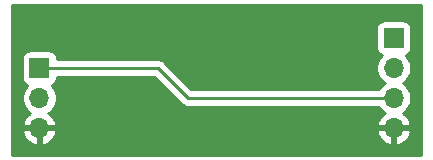
<source format=gbr>
%TF.GenerationSoftware,KiCad,Pcbnew,5.1.10-88a1d61d58~90~ubuntu21.04.1*%
%TF.CreationDate,2021-08-02T11:22:18+02:00*%
%TF.ProjectId,ServoPmosModule,53657276-6f50-46d6-9f73-4d6f64756c65,rev?*%
%TF.SameCoordinates,Original*%
%TF.FileFunction,Copper,L2,Bot*%
%TF.FilePolarity,Positive*%
%FSLAX46Y46*%
G04 Gerber Fmt 4.6, Leading zero omitted, Abs format (unit mm)*
G04 Created by KiCad (PCBNEW 5.1.10-88a1d61d58~90~ubuntu21.04.1) date 2021-08-02 11:22:18*
%MOMM*%
%LPD*%
G01*
G04 APERTURE LIST*
%TA.AperFunction,ComponentPad*%
%ADD10O,1.700000X1.700000*%
%TD*%
%TA.AperFunction,ComponentPad*%
%ADD11R,1.700000X1.700000*%
%TD*%
%TA.AperFunction,Conductor*%
%ADD12C,0.250000*%
%TD*%
%TA.AperFunction,Conductor*%
%ADD13C,0.254000*%
%TD*%
%TA.AperFunction,Conductor*%
%ADD14C,0.100000*%
%TD*%
G04 APERTURE END LIST*
D10*
%TO.P,J2,3*%
%TO.N,GND*%
X99000000Y-93080000D03*
%TO.P,J2,2*%
%TO.N,/pwr_out*%
X99000000Y-90540000D03*
D11*
%TO.P,J2,1*%
%TO.N,/pwm*%
X99000000Y-88000000D03*
%TD*%
D10*
%TO.P,J1,4*%
%TO.N,GND*%
X129000000Y-93080000D03*
%TO.P,J1,3*%
%TO.N,/pwm*%
X129000000Y-90540000D03*
%TO.P,J1,2*%
%TO.N,/pwr_en*%
X129000000Y-88000000D03*
D11*
%TO.P,J1,1*%
%TO.N,/pwr_in*%
X129000000Y-85460000D03*
%TD*%
D12*
%TO.N,/pwm*%
X109000000Y-88000000D02*
X102000000Y-88000000D01*
X111540000Y-90540000D02*
X109000000Y-88000000D01*
X129000000Y-90540000D02*
X111540000Y-90540000D01*
X99000000Y-88000000D02*
X102000000Y-88000000D01*
%TD*%
D13*
%TO.N,GND*%
X131340001Y-95340000D02*
X96660000Y-95340000D01*
X96660000Y-93436890D01*
X97558524Y-93436890D01*
X97603175Y-93584099D01*
X97728359Y-93846920D01*
X97902412Y-94080269D01*
X98118645Y-94275178D01*
X98368748Y-94424157D01*
X98643109Y-94521481D01*
X98873000Y-94400814D01*
X98873000Y-93207000D01*
X99127000Y-93207000D01*
X99127000Y-94400814D01*
X99356891Y-94521481D01*
X99631252Y-94424157D01*
X99881355Y-94275178D01*
X100097588Y-94080269D01*
X100271641Y-93846920D01*
X100396825Y-93584099D01*
X100441476Y-93436890D01*
X127558524Y-93436890D01*
X127603175Y-93584099D01*
X127728359Y-93846920D01*
X127902412Y-94080269D01*
X128118645Y-94275178D01*
X128368748Y-94424157D01*
X128643109Y-94521481D01*
X128873000Y-94400814D01*
X128873000Y-93207000D01*
X129127000Y-93207000D01*
X129127000Y-94400814D01*
X129356891Y-94521481D01*
X129631252Y-94424157D01*
X129881355Y-94275178D01*
X130097588Y-94080269D01*
X130271641Y-93846920D01*
X130396825Y-93584099D01*
X130441476Y-93436890D01*
X130320155Y-93207000D01*
X129127000Y-93207000D01*
X128873000Y-93207000D01*
X127679845Y-93207000D01*
X127558524Y-93436890D01*
X100441476Y-93436890D01*
X100320155Y-93207000D01*
X99127000Y-93207000D01*
X98873000Y-93207000D01*
X97679845Y-93207000D01*
X97558524Y-93436890D01*
X96660000Y-93436890D01*
X96660000Y-87150000D01*
X97511928Y-87150000D01*
X97511928Y-88850000D01*
X97524188Y-88974482D01*
X97560498Y-89094180D01*
X97619463Y-89204494D01*
X97698815Y-89301185D01*
X97795506Y-89380537D01*
X97905820Y-89439502D01*
X97978380Y-89461513D01*
X97846525Y-89593368D01*
X97684010Y-89836589D01*
X97572068Y-90106842D01*
X97515000Y-90393740D01*
X97515000Y-90686260D01*
X97572068Y-90973158D01*
X97684010Y-91243411D01*
X97846525Y-91486632D01*
X98053368Y-91693475D01*
X98235534Y-91815195D01*
X98118645Y-91884822D01*
X97902412Y-92079731D01*
X97728359Y-92313080D01*
X97603175Y-92575901D01*
X97558524Y-92723110D01*
X97679845Y-92953000D01*
X98873000Y-92953000D01*
X98873000Y-92933000D01*
X99127000Y-92933000D01*
X99127000Y-92953000D01*
X100320155Y-92953000D01*
X100441476Y-92723110D01*
X100396825Y-92575901D01*
X100271641Y-92313080D01*
X100097588Y-92079731D01*
X99881355Y-91884822D01*
X99764466Y-91815195D01*
X99946632Y-91693475D01*
X100153475Y-91486632D01*
X100315990Y-91243411D01*
X100427932Y-90973158D01*
X100485000Y-90686260D01*
X100485000Y-90393740D01*
X100427932Y-90106842D01*
X100315990Y-89836589D01*
X100153475Y-89593368D01*
X100021620Y-89461513D01*
X100094180Y-89439502D01*
X100204494Y-89380537D01*
X100301185Y-89301185D01*
X100380537Y-89204494D01*
X100439502Y-89094180D01*
X100475812Y-88974482D01*
X100488072Y-88850000D01*
X100488072Y-88760000D01*
X108685199Y-88760000D01*
X110976205Y-91051008D01*
X110999999Y-91080001D01*
X111028992Y-91103795D01*
X111028996Y-91103799D01*
X111099685Y-91161811D01*
X111115724Y-91174974D01*
X111247753Y-91245546D01*
X111391014Y-91289003D01*
X111502667Y-91300000D01*
X111502676Y-91300000D01*
X111539999Y-91303676D01*
X111577322Y-91300000D01*
X127721822Y-91300000D01*
X127846525Y-91486632D01*
X128053368Y-91693475D01*
X128235534Y-91815195D01*
X128118645Y-91884822D01*
X127902412Y-92079731D01*
X127728359Y-92313080D01*
X127603175Y-92575901D01*
X127558524Y-92723110D01*
X127679845Y-92953000D01*
X128873000Y-92953000D01*
X128873000Y-92933000D01*
X129127000Y-92933000D01*
X129127000Y-92953000D01*
X130320155Y-92953000D01*
X130441476Y-92723110D01*
X130396825Y-92575901D01*
X130271641Y-92313080D01*
X130097588Y-92079731D01*
X129881355Y-91884822D01*
X129764466Y-91815195D01*
X129946632Y-91693475D01*
X130153475Y-91486632D01*
X130315990Y-91243411D01*
X130427932Y-90973158D01*
X130485000Y-90686260D01*
X130485000Y-90393740D01*
X130427932Y-90106842D01*
X130315990Y-89836589D01*
X130153475Y-89593368D01*
X129946632Y-89386525D01*
X129772240Y-89270000D01*
X129946632Y-89153475D01*
X130153475Y-88946632D01*
X130315990Y-88703411D01*
X130427932Y-88433158D01*
X130485000Y-88146260D01*
X130485000Y-87853740D01*
X130427932Y-87566842D01*
X130315990Y-87296589D01*
X130153475Y-87053368D01*
X130021620Y-86921513D01*
X130094180Y-86899502D01*
X130204494Y-86840537D01*
X130301185Y-86761185D01*
X130380537Y-86664494D01*
X130439502Y-86554180D01*
X130475812Y-86434482D01*
X130488072Y-86310000D01*
X130488072Y-84610000D01*
X130475812Y-84485518D01*
X130439502Y-84365820D01*
X130380537Y-84255506D01*
X130301185Y-84158815D01*
X130204494Y-84079463D01*
X130094180Y-84020498D01*
X129974482Y-83984188D01*
X129850000Y-83971928D01*
X128150000Y-83971928D01*
X128025518Y-83984188D01*
X127905820Y-84020498D01*
X127795506Y-84079463D01*
X127698815Y-84158815D01*
X127619463Y-84255506D01*
X127560498Y-84365820D01*
X127524188Y-84485518D01*
X127511928Y-84610000D01*
X127511928Y-86310000D01*
X127524188Y-86434482D01*
X127560498Y-86554180D01*
X127619463Y-86664494D01*
X127698815Y-86761185D01*
X127795506Y-86840537D01*
X127905820Y-86899502D01*
X127978380Y-86921513D01*
X127846525Y-87053368D01*
X127684010Y-87296589D01*
X127572068Y-87566842D01*
X127515000Y-87853740D01*
X127515000Y-88146260D01*
X127572068Y-88433158D01*
X127684010Y-88703411D01*
X127846525Y-88946632D01*
X128053368Y-89153475D01*
X128227760Y-89270000D01*
X128053368Y-89386525D01*
X127846525Y-89593368D01*
X127721822Y-89780000D01*
X111854803Y-89780000D01*
X109563804Y-87489003D01*
X109540001Y-87459999D01*
X109424276Y-87365026D01*
X109292247Y-87294454D01*
X109148986Y-87250997D01*
X109037333Y-87240000D01*
X109037322Y-87240000D01*
X109000000Y-87236324D01*
X108962678Y-87240000D01*
X100488072Y-87240000D01*
X100488072Y-87150000D01*
X100475812Y-87025518D01*
X100439502Y-86905820D01*
X100380537Y-86795506D01*
X100301185Y-86698815D01*
X100204494Y-86619463D01*
X100094180Y-86560498D01*
X99974482Y-86524188D01*
X99850000Y-86511928D01*
X98150000Y-86511928D01*
X98025518Y-86524188D01*
X97905820Y-86560498D01*
X97795506Y-86619463D01*
X97698815Y-86698815D01*
X97619463Y-86795506D01*
X97560498Y-86905820D01*
X97524188Y-87025518D01*
X97511928Y-87150000D01*
X96660000Y-87150000D01*
X96660000Y-82660000D01*
X131340000Y-82660000D01*
X131340001Y-95340000D01*
%TA.AperFunction,Conductor*%
D14*
G36*
X131340001Y-95340000D02*
G01*
X96660000Y-95340000D01*
X96660000Y-93436890D01*
X97558524Y-93436890D01*
X97603175Y-93584099D01*
X97728359Y-93846920D01*
X97902412Y-94080269D01*
X98118645Y-94275178D01*
X98368748Y-94424157D01*
X98643109Y-94521481D01*
X98873000Y-94400814D01*
X98873000Y-93207000D01*
X99127000Y-93207000D01*
X99127000Y-94400814D01*
X99356891Y-94521481D01*
X99631252Y-94424157D01*
X99881355Y-94275178D01*
X100097588Y-94080269D01*
X100271641Y-93846920D01*
X100396825Y-93584099D01*
X100441476Y-93436890D01*
X127558524Y-93436890D01*
X127603175Y-93584099D01*
X127728359Y-93846920D01*
X127902412Y-94080269D01*
X128118645Y-94275178D01*
X128368748Y-94424157D01*
X128643109Y-94521481D01*
X128873000Y-94400814D01*
X128873000Y-93207000D01*
X129127000Y-93207000D01*
X129127000Y-94400814D01*
X129356891Y-94521481D01*
X129631252Y-94424157D01*
X129881355Y-94275178D01*
X130097588Y-94080269D01*
X130271641Y-93846920D01*
X130396825Y-93584099D01*
X130441476Y-93436890D01*
X130320155Y-93207000D01*
X129127000Y-93207000D01*
X128873000Y-93207000D01*
X127679845Y-93207000D01*
X127558524Y-93436890D01*
X100441476Y-93436890D01*
X100320155Y-93207000D01*
X99127000Y-93207000D01*
X98873000Y-93207000D01*
X97679845Y-93207000D01*
X97558524Y-93436890D01*
X96660000Y-93436890D01*
X96660000Y-87150000D01*
X97511928Y-87150000D01*
X97511928Y-88850000D01*
X97524188Y-88974482D01*
X97560498Y-89094180D01*
X97619463Y-89204494D01*
X97698815Y-89301185D01*
X97795506Y-89380537D01*
X97905820Y-89439502D01*
X97978380Y-89461513D01*
X97846525Y-89593368D01*
X97684010Y-89836589D01*
X97572068Y-90106842D01*
X97515000Y-90393740D01*
X97515000Y-90686260D01*
X97572068Y-90973158D01*
X97684010Y-91243411D01*
X97846525Y-91486632D01*
X98053368Y-91693475D01*
X98235534Y-91815195D01*
X98118645Y-91884822D01*
X97902412Y-92079731D01*
X97728359Y-92313080D01*
X97603175Y-92575901D01*
X97558524Y-92723110D01*
X97679845Y-92953000D01*
X98873000Y-92953000D01*
X98873000Y-92933000D01*
X99127000Y-92933000D01*
X99127000Y-92953000D01*
X100320155Y-92953000D01*
X100441476Y-92723110D01*
X100396825Y-92575901D01*
X100271641Y-92313080D01*
X100097588Y-92079731D01*
X99881355Y-91884822D01*
X99764466Y-91815195D01*
X99946632Y-91693475D01*
X100153475Y-91486632D01*
X100315990Y-91243411D01*
X100427932Y-90973158D01*
X100485000Y-90686260D01*
X100485000Y-90393740D01*
X100427932Y-90106842D01*
X100315990Y-89836589D01*
X100153475Y-89593368D01*
X100021620Y-89461513D01*
X100094180Y-89439502D01*
X100204494Y-89380537D01*
X100301185Y-89301185D01*
X100380537Y-89204494D01*
X100439502Y-89094180D01*
X100475812Y-88974482D01*
X100488072Y-88850000D01*
X100488072Y-88760000D01*
X108685199Y-88760000D01*
X110976205Y-91051008D01*
X110999999Y-91080001D01*
X111028992Y-91103795D01*
X111028996Y-91103799D01*
X111099685Y-91161811D01*
X111115724Y-91174974D01*
X111247753Y-91245546D01*
X111391014Y-91289003D01*
X111502667Y-91300000D01*
X111502676Y-91300000D01*
X111539999Y-91303676D01*
X111577322Y-91300000D01*
X127721822Y-91300000D01*
X127846525Y-91486632D01*
X128053368Y-91693475D01*
X128235534Y-91815195D01*
X128118645Y-91884822D01*
X127902412Y-92079731D01*
X127728359Y-92313080D01*
X127603175Y-92575901D01*
X127558524Y-92723110D01*
X127679845Y-92953000D01*
X128873000Y-92953000D01*
X128873000Y-92933000D01*
X129127000Y-92933000D01*
X129127000Y-92953000D01*
X130320155Y-92953000D01*
X130441476Y-92723110D01*
X130396825Y-92575901D01*
X130271641Y-92313080D01*
X130097588Y-92079731D01*
X129881355Y-91884822D01*
X129764466Y-91815195D01*
X129946632Y-91693475D01*
X130153475Y-91486632D01*
X130315990Y-91243411D01*
X130427932Y-90973158D01*
X130485000Y-90686260D01*
X130485000Y-90393740D01*
X130427932Y-90106842D01*
X130315990Y-89836589D01*
X130153475Y-89593368D01*
X129946632Y-89386525D01*
X129772240Y-89270000D01*
X129946632Y-89153475D01*
X130153475Y-88946632D01*
X130315990Y-88703411D01*
X130427932Y-88433158D01*
X130485000Y-88146260D01*
X130485000Y-87853740D01*
X130427932Y-87566842D01*
X130315990Y-87296589D01*
X130153475Y-87053368D01*
X130021620Y-86921513D01*
X130094180Y-86899502D01*
X130204494Y-86840537D01*
X130301185Y-86761185D01*
X130380537Y-86664494D01*
X130439502Y-86554180D01*
X130475812Y-86434482D01*
X130488072Y-86310000D01*
X130488072Y-84610000D01*
X130475812Y-84485518D01*
X130439502Y-84365820D01*
X130380537Y-84255506D01*
X130301185Y-84158815D01*
X130204494Y-84079463D01*
X130094180Y-84020498D01*
X129974482Y-83984188D01*
X129850000Y-83971928D01*
X128150000Y-83971928D01*
X128025518Y-83984188D01*
X127905820Y-84020498D01*
X127795506Y-84079463D01*
X127698815Y-84158815D01*
X127619463Y-84255506D01*
X127560498Y-84365820D01*
X127524188Y-84485518D01*
X127511928Y-84610000D01*
X127511928Y-86310000D01*
X127524188Y-86434482D01*
X127560498Y-86554180D01*
X127619463Y-86664494D01*
X127698815Y-86761185D01*
X127795506Y-86840537D01*
X127905820Y-86899502D01*
X127978380Y-86921513D01*
X127846525Y-87053368D01*
X127684010Y-87296589D01*
X127572068Y-87566842D01*
X127515000Y-87853740D01*
X127515000Y-88146260D01*
X127572068Y-88433158D01*
X127684010Y-88703411D01*
X127846525Y-88946632D01*
X128053368Y-89153475D01*
X128227760Y-89270000D01*
X128053368Y-89386525D01*
X127846525Y-89593368D01*
X127721822Y-89780000D01*
X111854803Y-89780000D01*
X109563804Y-87489003D01*
X109540001Y-87459999D01*
X109424276Y-87365026D01*
X109292247Y-87294454D01*
X109148986Y-87250997D01*
X109037333Y-87240000D01*
X109037322Y-87240000D01*
X109000000Y-87236324D01*
X108962678Y-87240000D01*
X100488072Y-87240000D01*
X100488072Y-87150000D01*
X100475812Y-87025518D01*
X100439502Y-86905820D01*
X100380537Y-86795506D01*
X100301185Y-86698815D01*
X100204494Y-86619463D01*
X100094180Y-86560498D01*
X99974482Y-86524188D01*
X99850000Y-86511928D01*
X98150000Y-86511928D01*
X98025518Y-86524188D01*
X97905820Y-86560498D01*
X97795506Y-86619463D01*
X97698815Y-86698815D01*
X97619463Y-86795506D01*
X97560498Y-86905820D01*
X97524188Y-87025518D01*
X97511928Y-87150000D01*
X96660000Y-87150000D01*
X96660000Y-82660000D01*
X131340000Y-82660000D01*
X131340001Y-95340000D01*
G37*
%TD.AperFunction*%
%TD*%
M02*

</source>
